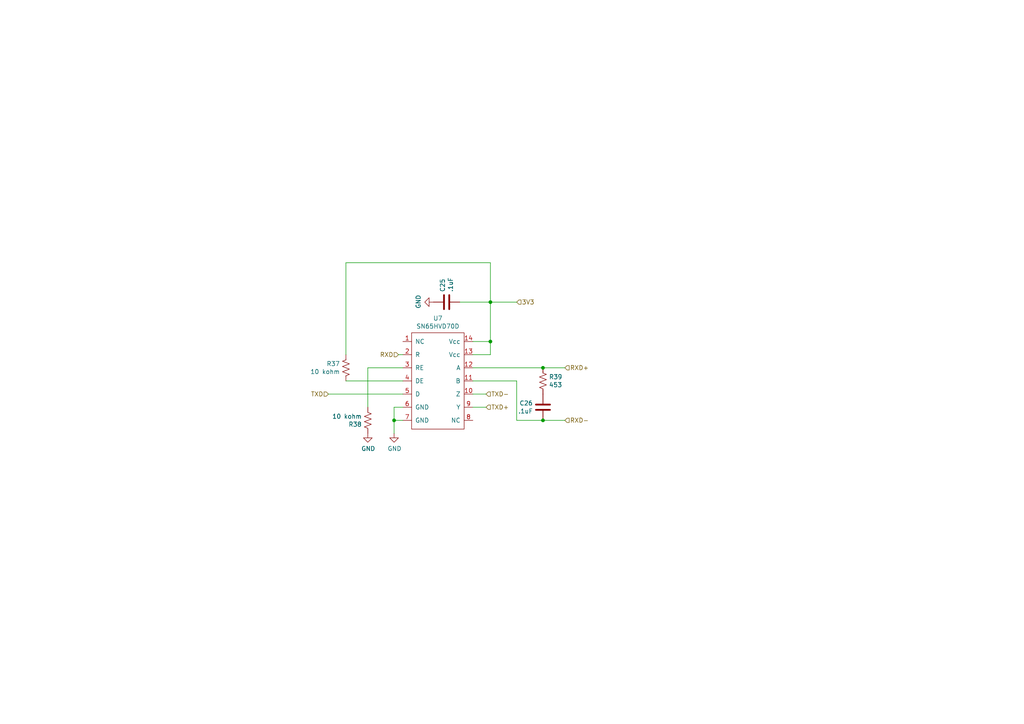
<source format=kicad_sch>
(kicad_sch (version 20211123) (generator eeschema)
  (paper "A4")
  (lib_symbols
    (symbol "Device:C" (pin_numbers hide) (pin_names (offset 0.254))
      (property "Reference" "C" (at 0.635 2.54 0))
      (property "Value" "C" (at 0.635 -2.54 0))
      (symbol "C_0_1"
        (polyline (pts (xy -2.032 -0.762) (xy 2.032 -0.762)) (stroke (width 0.508)))
        (polyline (pts (xy -2.032 0.762) (xy 2.032 0.762)) (stroke (width 0.508)))
      )
      (symbol "C_1_1"
        (pin passive line (at 0 3.81 270) (length 2.794) (name "~") (number "1"))
        (pin passive line (at 0 -3.81 90) (length 2.794) (name "~") (number "2"))
      )
    )
    (symbol "Device:R_US" (pin_numbers hide) (pin_names (offset 0))
      (property "Reference" "R" (at 2.54 0 90))
      (property "Value" "R_US" (at -2.54 0 90))
      (symbol "R_US_0_1"
        (polyline (pts (xy 0 -2.286) (xy 0 -2.54)))
        (polyline (pts (xy 0 2.286) (xy 0 2.54)))
        (polyline (pts (xy 0 -0.762) (xy 1.016 -1.143) (xy 0 -1.524) (xy -1.016 -1.905) (xy 0 -2.286)))
        (polyline (pts (xy 0 0.762) (xy 1.016 0.381) (xy 0 0) (xy -1.016 -0.381) (xy 0 -0.762)))
        (polyline (pts (xy 0 2.286) (xy 1.016 1.905) (xy 0 1.524) (xy -1.016 1.143) (xy 0 0.762)))
      )
      (symbol "R_US_1_1"
        (pin passive line (at 0 3.81 270) (length 1.27) (name "~") (number "1"))
        (pin passive line (at 0 -3.81 90) (length 1.27) (name "~") (number "2"))
      )
    )
    (symbol "SilverSat_symbols:SN65HVD70D" (pin_names (offset 1.016))
      (property "Reference" "U" (at 0 0 0))
      (property "Value" "SilverSat_symbols_SN65HVD70D" (at 0 0 0))
      (symbol "SN65HVD70D_0_1"
        (rectangle (start -5.08 -3.81) (end 10.16 -31.75))
      )
      (symbol "SN65HVD70D_1_1"
        (pin input line (at -7.62 -6.35 0) (length 2.54) (name "NC") (number "1"))
        (pin input line (at 12.7 -21.59 180) (length 2.54) (name "Z") (number "10"))
        (pin input line (at 12.7 -17.78 180) (length 2.54) (name "B") (number "11"))
        (pin input line (at 12.7 -13.97 180) (length 2.54) (name "A") (number "12"))
        (pin input line (at 12.7 -10.16 180) (length 2.54) (name "Vcc") (number "13"))
        (pin input line (at 12.7 -6.35 180) (length 2.54) (name "Vcc") (number "14"))
        (pin input line (at -7.62 -10.16 0) (length 2.54) (name "R") (number "2"))
        (pin input line (at -7.62 -13.97 0) (length 2.54) (name "RE") (number "3"))
        (pin input line (at -7.62 -17.78 0) (length 2.54) (name "DE") (number "4"))
        (pin input line (at -7.62 -21.59 0) (length 2.54) (name "D") (number "5"))
        (pin input line (at -7.62 -25.4 0) (length 2.54) (name "GND") (number "6"))
        (pin input line (at -7.62 -29.21 0) (length 2.54) (name "GND") (number "7"))
        (pin input line (at 12.7 -29.21 180) (length 2.54) (name "NC") (number "8"))
        (pin input line (at 12.7 -25.4 180) (length 2.54) (name "Y") (number "9"))
      )
    )
    (symbol "power:GND" (power) (pin_names (offset 0))
      (property "Value" "GND" (at 0 -3.81 0))
      (symbol "GND_0_1"
        (polyline (pts (xy 0 0) (xy 0 -1.27) (xy 1.27 -1.27) (xy 0 -2.54) (xy -1.27 -1.27) (xy 0 -1.27)))
      )
      (symbol "GND_1_1"
        (pin power_in line (at 0 0 270) (length 0) hide (name "GND") (number "1"))
      )
    )
  )
  (junction (at 142.24 99.06))
  (junction (at 157.48 106.68))
  (junction (at 142.24 87.63))
  (junction (at 114.3 121.92))
  (junction (at 157.48 121.92))
  (wire (pts (xy 114.3 121.92) (xy 114.3 125.73)))
  (wire (pts (xy 157.48 106.68) (xy 163.83 106.68)))
  (wire (pts (xy 142.24 87.63) (xy 142.24 99.06)))
  (wire (pts (xy 116.84 118.11) (xy 114.3 118.11)))
  (wire (pts (xy 149.86 121.92) (xy 157.48 121.92)))
  (wire (pts (xy 100.33 76.2) (xy 100.33 102.87)))
  (wire (pts (xy 115.57 102.87) (xy 116.84 102.87)))
  (wire (pts (xy 116.84 121.92) (xy 114.3 121.92)))
  (wire (pts (xy 106.68 118.11) (xy 106.68 106.68)))
  (wire (pts (xy 95.25 114.3) (xy 116.84 114.3)))
  (wire (pts (xy 114.3 118.11) (xy 114.3 121.92)))
  (wire (pts (xy 106.68 106.68) (xy 116.84 106.68)))
  (wire (pts (xy 137.16 114.3) (xy 140.97 114.3)))
  (wire (pts (xy 157.48 121.92) (xy 163.83 121.92)))
  (wire (pts (xy 142.24 99.06) (xy 137.16 99.06)))
  (wire (pts (xy 137.16 106.68) (xy 157.48 106.68)))
  (wire (pts (xy 142.24 76.2) (xy 142.24 87.63)))
  (wire (pts (xy 142.24 99.06) (xy 142.24 102.87)))
  (wire (pts (xy 133.35 87.63) (xy 142.24 87.63)))
  (wire (pts (xy 137.16 110.49) (xy 149.86 110.49)))
  (wire (pts (xy 142.24 87.63) (xy 149.86 87.63)))
  (wire (pts (xy 137.16 102.87) (xy 142.24 102.87)))
  (wire (pts (xy 100.33 110.49) (xy 116.84 110.49)))
  (wire (pts (xy 137.16 118.11) (xy 140.97 118.11)))
  (wire (pts (xy 100.33 76.2) (xy 142.24 76.2)))
  (wire (pts (xy 149.86 110.49) (xy 149.86 121.92)))
  (hierarchical_label "3V3" (shape input) (at 149.86 87.63 0))
  (hierarchical_label "TXD" (shape input) (at 95.25 114.3 180))
  (hierarchical_label "TXD-" (shape input) (at 140.97 114.3 0))
  (hierarchical_label "TXD+" (shape input) (at 140.97 118.11 0))
  (hierarchical_label "RXD" (shape input) (at 115.57 102.87 180))
  (hierarchical_label "RXD-" (shape input) (at 163.83 121.92 0))
  (hierarchical_label "RXD+" (shape input) (at 163.83 106.68 0))
  (symbol (lib_id "power:GND") (at 114.3 125.73 0) (unit 1)
    (property "Reference" "#PWR064" (effects hide))
    (property "Value" "GND" (at 114.427 130.1242 0))
  )
  (symbol (lib_id "Device:R_US") (at 100.33 106.68 0) (mirror y) (unit 1)
    (property "Reference" "R37" (at 98.6028 105.5116 0) (effects (justify left)))
    (property "Value" "10 kohm" (at 98.6028 107.823 0) (effects (justify left)))
    (property "Footprint" "Resistor_SMD:R_0603_1608Metric" (effects hide))
  )
  (symbol (lib_id "power:GND") (at 125.73 87.63 270) (mirror x) (unit 1)
    (property "Reference" "#PWR065" (effects hide))
    (property "Value" "GND" (at 121.3358 87.503 0))
  )
  (symbol (lib_id "Device:C") (at 157.48 118.11 0) (mirror y) (unit 1)
    (property "Reference" "C26" (at 154.559 116.9416 0) (effects (justify left)))
    (property "Value" ".1uF" (at 154.559 119.253 0) (effects (justify left)))
    (property "Footprint" "Capacitor_SMD:C_0603_1608Metric" (effects hide))
  )
  (symbol (lib_id "Device:R_US") (at 106.68 121.92 180) (unit 1)
    (property "Reference" "R38" (at 104.9528 123.0884 0) (effects (justify left)))
    (property "Value" "10 kohm" (at 104.9528 120.777 0) (effects (justify left)))
    (property "Footprint" "Resistor_SMD:R_0603_1608Metric" (effects hide))
  )
  (symbol (lib_id "power:GND") (at 106.68 125.73 0) (unit 1)
    (property "Reference" "#PWR063" (effects hide))
    (property "Value" "GND" (at 106.807 130.1242 0))
  )
  (symbol (lib_id "Device:C") (at 129.54 87.63 90) (unit 1)
    (property "Reference" "C25" (at 128.3716 84.709 0) (effects (justify left)))
    (property "Value" ".1uF" (at 130.683 84.709 0) (effects (justify left)))
    (property "Footprint" "Capacitor_SMD:C_0603_1608Metric" (effects hide))
  )
  (symbol (lib_id "SilverSat_symbols:SN65HVD70D") (at 124.46 92.71 0) (unit 1)
    (property "Reference" "U7" (at 127 92.329 0))
    (property "Value" "SN65HVD70D" (at 127 94.6404 0))
    (property "Footprint" "Package_SO:SOIC-14_3.9x8.7mm_P1.27mm" (effects hide))
  )
  (symbol (lib_id "Device:R_US") (at 157.48 110.49 0) (unit 1)
    (property "Reference" "R39" (at 159.2072 109.3216 0) (effects (justify left)))
    (property "Value" "453" (at 159.2072 111.633 0) (effects (justify left)))
    (property "Footprint" "Resistor_SMD:R_0603_1608Metric" (effects hide))
  )
)
</source>
